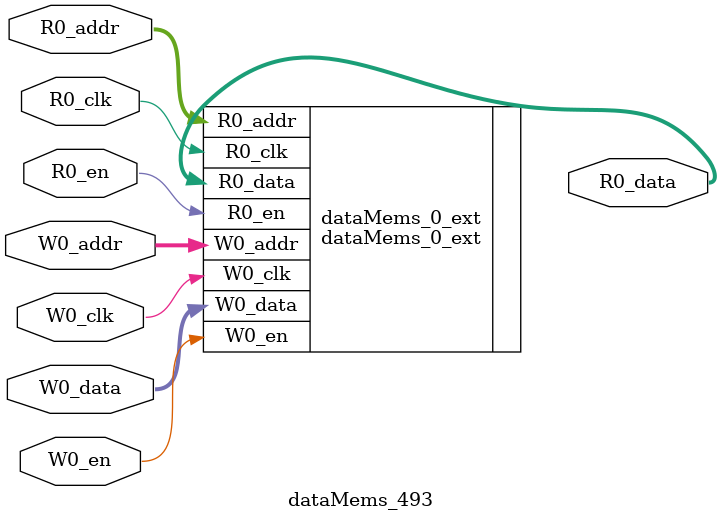
<source format=sv>
`ifndef RANDOMIZE
  `ifdef RANDOMIZE_REG_INIT
    `define RANDOMIZE
  `endif // RANDOMIZE_REG_INIT
`endif // not def RANDOMIZE
`ifndef RANDOMIZE
  `ifdef RANDOMIZE_MEM_INIT
    `define RANDOMIZE
  `endif // RANDOMIZE_MEM_INIT
`endif // not def RANDOMIZE

`ifndef RANDOM
  `define RANDOM $random
`endif // not def RANDOM

// Users can define 'PRINTF_COND' to add an extra gate to prints.
`ifndef PRINTF_COND_
  `ifdef PRINTF_COND
    `define PRINTF_COND_ (`PRINTF_COND)
  `else  // PRINTF_COND
    `define PRINTF_COND_ 1
  `endif // PRINTF_COND
`endif // not def PRINTF_COND_

// Users can define 'ASSERT_VERBOSE_COND' to add an extra gate to assert error printing.
`ifndef ASSERT_VERBOSE_COND_
  `ifdef ASSERT_VERBOSE_COND
    `define ASSERT_VERBOSE_COND_ (`ASSERT_VERBOSE_COND)
  `else  // ASSERT_VERBOSE_COND
    `define ASSERT_VERBOSE_COND_ 1
  `endif // ASSERT_VERBOSE_COND
`endif // not def ASSERT_VERBOSE_COND_

// Users can define 'STOP_COND' to add an extra gate to stop conditions.
`ifndef STOP_COND_
  `ifdef STOP_COND
    `define STOP_COND_ (`STOP_COND)
  `else  // STOP_COND
    `define STOP_COND_ 1
  `endif // STOP_COND
`endif // not def STOP_COND_

// Users can define INIT_RANDOM as general code that gets injected into the
// initializer block for modules with registers.
`ifndef INIT_RANDOM
  `define INIT_RANDOM
`endif // not def INIT_RANDOM

// If using random initialization, you can also define RANDOMIZE_DELAY to
// customize the delay used, otherwise 0.002 is used.
`ifndef RANDOMIZE_DELAY
  `define RANDOMIZE_DELAY 0.002
`endif // not def RANDOMIZE_DELAY

// Define INIT_RANDOM_PROLOG_ for use in our modules below.
`ifndef INIT_RANDOM_PROLOG_
  `ifdef RANDOMIZE
    `ifdef VERILATOR
      `define INIT_RANDOM_PROLOG_ `INIT_RANDOM
    `else  // VERILATOR
      `define INIT_RANDOM_PROLOG_ `INIT_RANDOM #`RANDOMIZE_DELAY begin end
    `endif // VERILATOR
  `else  // RANDOMIZE
    `define INIT_RANDOM_PROLOG_
  `endif // RANDOMIZE
`endif // not def INIT_RANDOM_PROLOG_

// Include register initializers in init blocks unless synthesis is set
`ifndef SYNTHESIS
  `ifndef ENABLE_INITIAL_REG_
    `define ENABLE_INITIAL_REG_
  `endif // not def ENABLE_INITIAL_REG_
`endif // not def SYNTHESIS

// Include rmemory initializers in init blocks unless synthesis is set
`ifndef SYNTHESIS
  `ifndef ENABLE_INITIAL_MEM_
    `define ENABLE_INITIAL_MEM_
  `endif // not def ENABLE_INITIAL_MEM_
`endif // not def SYNTHESIS

module dataMems_493(	// @[generators/ara/src/main/scala/UnsafeAXI4ToTL.scala:365:62]
  input  [4:0]  R0_addr,
  input         R0_en,
  input         R0_clk,
  output [66:0] R0_data,
  input  [4:0]  W0_addr,
  input         W0_en,
  input         W0_clk,
  input  [66:0] W0_data
);

  dataMems_0_ext dataMems_0_ext (	// @[generators/ara/src/main/scala/UnsafeAXI4ToTL.scala:365:62]
    .R0_addr (R0_addr),
    .R0_en   (R0_en),
    .R0_clk  (R0_clk),
    .R0_data (R0_data),
    .W0_addr (W0_addr),
    .W0_en   (W0_en),
    .W0_clk  (W0_clk),
    .W0_data (W0_data)
  );
endmodule


</source>
